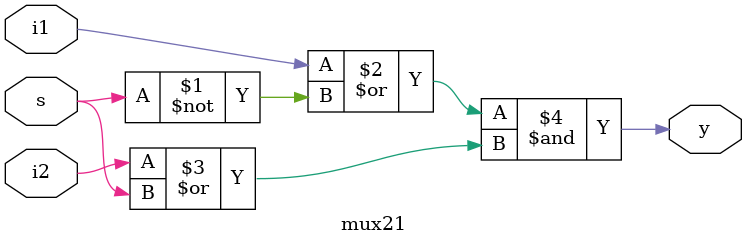
<source format=v>
module mux21(s,i1,i2,y);
input s,i1,i2;
output y;

assign y = (i1|~s) & (i2|s);

endmodule
</source>
